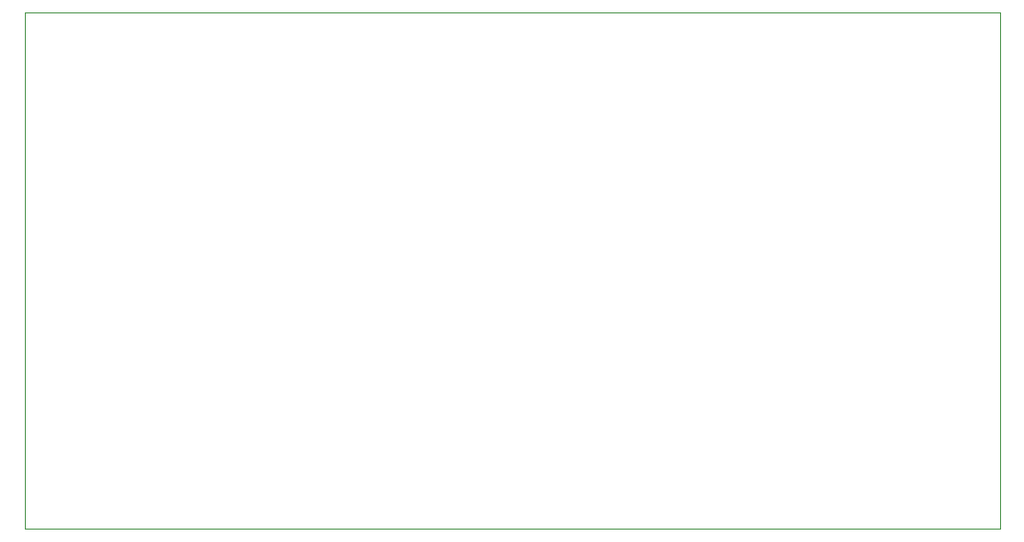
<source format=gbp>
G75*
G70*
%OFA0B0*%
%FSLAX24Y24*%
%IPPOS*%
%LPD*%
%AMOC8*
5,1,8,0,0,1.08239X$1,22.5*
%
%ADD10C,0.0000*%
D10*
X000105Y000105D02*
X000105Y018105D01*
X034105Y018105D01*
X034105Y000105D01*
X000105Y000105D01*
M02*

</source>
